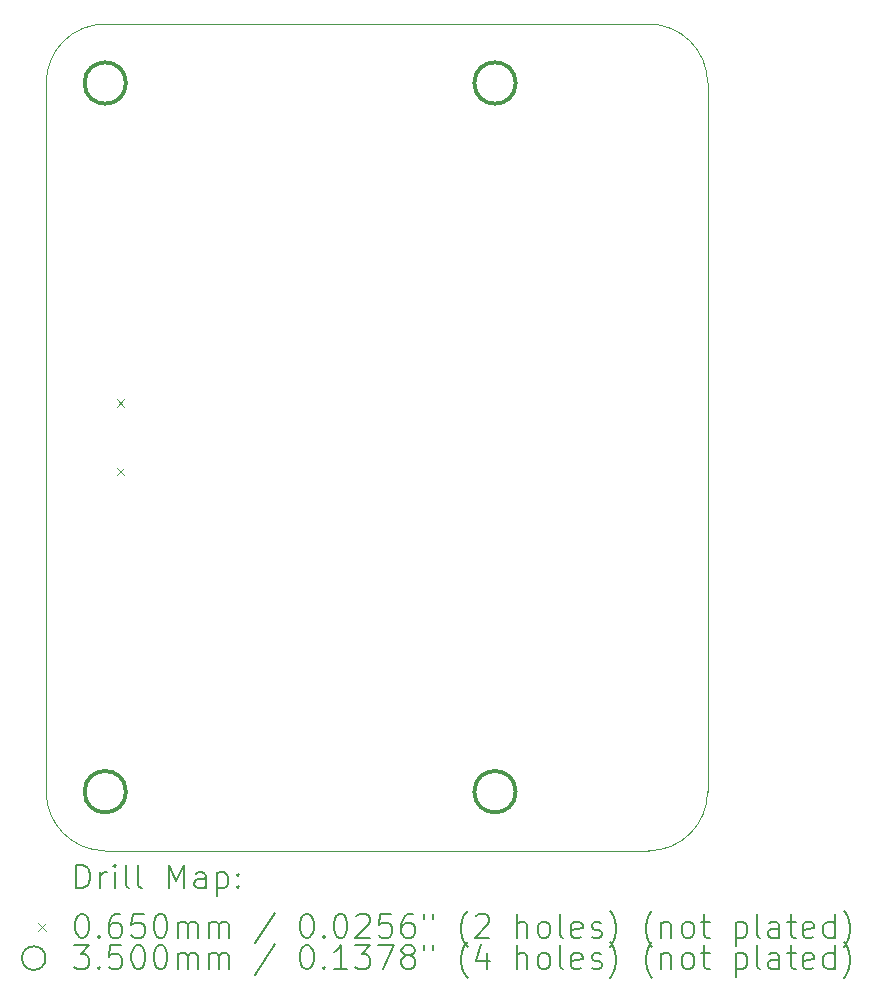
<source format=gbr>
%TF.GenerationSoftware,KiCad,Pcbnew,8.0.5*%
%TF.CreationDate,2024-10-15T19:35:21+02:00*%
%TF.ProjectId,CANbardo,43414e62-6172-4646-9f2e-6b696361645f,Rev1*%
%TF.SameCoordinates,Original*%
%TF.FileFunction,Drillmap*%
%TF.FilePolarity,Positive*%
%FSLAX45Y45*%
G04 Gerber Fmt 4.5, Leading zero omitted, Abs format (unit mm)*
G04 Created by KiCad (PCBNEW 8.0.5) date 2024-10-15 19:35:21*
%MOMM*%
%LPD*%
G01*
G04 APERTURE LIST*
%ADD10C,0.100000*%
%ADD11C,0.200000*%
%ADD12C,0.350000*%
G04 APERTURE END LIST*
D10*
X8000000Y-9500000D02*
G75*
G02*
X7500000Y-9000000I0J500000D01*
G01*
X13100000Y-9000000D02*
G75*
G02*
X12600000Y-9500000I-500000J0D01*
G01*
X13100000Y-3000000D02*
X13100000Y-9000000D01*
X12600000Y-2500000D02*
X8000000Y-2500000D01*
X7500000Y-3000000D02*
G75*
G02*
X8000000Y-2500000I500000J0D01*
G01*
X7500000Y-3000000D02*
X7500000Y-9000000D01*
X8000000Y-9500000D02*
X12600000Y-9500000D01*
X12600000Y-2500000D02*
G75*
G02*
X13100000Y-3000000I0J-500000D01*
G01*
D11*
D10*
X8095500Y-5678500D02*
X8160500Y-5743500D01*
X8160500Y-5678500D02*
X8095500Y-5743500D01*
X8095500Y-6256500D02*
X8160500Y-6321500D01*
X8160500Y-6256500D02*
X8095500Y-6321500D01*
D12*
X8175000Y-3000000D02*
G75*
G02*
X7825000Y-3000000I-175000J0D01*
G01*
X7825000Y-3000000D02*
G75*
G02*
X8175000Y-3000000I175000J0D01*
G01*
X8175000Y-9000000D02*
G75*
G02*
X7825000Y-9000000I-175000J0D01*
G01*
X7825000Y-9000000D02*
G75*
G02*
X8175000Y-9000000I175000J0D01*
G01*
X11475000Y-3000000D02*
G75*
G02*
X11125000Y-3000000I-175000J0D01*
G01*
X11125000Y-3000000D02*
G75*
G02*
X11475000Y-3000000I175000J0D01*
G01*
X11475000Y-9000000D02*
G75*
G02*
X11125000Y-9000000I-175000J0D01*
G01*
X11125000Y-9000000D02*
G75*
G02*
X11475000Y-9000000I175000J0D01*
G01*
D11*
X7755777Y-9816484D02*
X7755777Y-9616484D01*
X7755777Y-9616484D02*
X7803396Y-9616484D01*
X7803396Y-9616484D02*
X7831967Y-9626008D01*
X7831967Y-9626008D02*
X7851015Y-9645055D01*
X7851015Y-9645055D02*
X7860539Y-9664103D01*
X7860539Y-9664103D02*
X7870062Y-9702198D01*
X7870062Y-9702198D02*
X7870062Y-9730770D01*
X7870062Y-9730770D02*
X7860539Y-9768865D01*
X7860539Y-9768865D02*
X7851015Y-9787912D01*
X7851015Y-9787912D02*
X7831967Y-9806960D01*
X7831967Y-9806960D02*
X7803396Y-9816484D01*
X7803396Y-9816484D02*
X7755777Y-9816484D01*
X7955777Y-9816484D02*
X7955777Y-9683150D01*
X7955777Y-9721246D02*
X7965301Y-9702198D01*
X7965301Y-9702198D02*
X7974824Y-9692674D01*
X7974824Y-9692674D02*
X7993872Y-9683150D01*
X7993872Y-9683150D02*
X8012920Y-9683150D01*
X8079586Y-9816484D02*
X8079586Y-9683150D01*
X8079586Y-9616484D02*
X8070062Y-9626008D01*
X8070062Y-9626008D02*
X8079586Y-9635531D01*
X8079586Y-9635531D02*
X8089110Y-9626008D01*
X8089110Y-9626008D02*
X8079586Y-9616484D01*
X8079586Y-9616484D02*
X8079586Y-9635531D01*
X8203396Y-9816484D02*
X8184348Y-9806960D01*
X8184348Y-9806960D02*
X8174824Y-9787912D01*
X8174824Y-9787912D02*
X8174824Y-9616484D01*
X8308158Y-9816484D02*
X8289110Y-9806960D01*
X8289110Y-9806960D02*
X8279586Y-9787912D01*
X8279586Y-9787912D02*
X8279586Y-9616484D01*
X8536729Y-9816484D02*
X8536729Y-9616484D01*
X8536729Y-9616484D02*
X8603396Y-9759341D01*
X8603396Y-9759341D02*
X8670063Y-9616484D01*
X8670063Y-9616484D02*
X8670063Y-9816484D01*
X8851015Y-9816484D02*
X8851015Y-9711722D01*
X8851015Y-9711722D02*
X8841491Y-9692674D01*
X8841491Y-9692674D02*
X8822444Y-9683150D01*
X8822444Y-9683150D02*
X8784348Y-9683150D01*
X8784348Y-9683150D02*
X8765301Y-9692674D01*
X8851015Y-9806960D02*
X8831967Y-9816484D01*
X8831967Y-9816484D02*
X8784348Y-9816484D01*
X8784348Y-9816484D02*
X8765301Y-9806960D01*
X8765301Y-9806960D02*
X8755777Y-9787912D01*
X8755777Y-9787912D02*
X8755777Y-9768865D01*
X8755777Y-9768865D02*
X8765301Y-9749817D01*
X8765301Y-9749817D02*
X8784348Y-9740293D01*
X8784348Y-9740293D02*
X8831967Y-9740293D01*
X8831967Y-9740293D02*
X8851015Y-9730770D01*
X8946253Y-9683150D02*
X8946253Y-9883150D01*
X8946253Y-9692674D02*
X8965301Y-9683150D01*
X8965301Y-9683150D02*
X9003396Y-9683150D01*
X9003396Y-9683150D02*
X9022444Y-9692674D01*
X9022444Y-9692674D02*
X9031967Y-9702198D01*
X9031967Y-9702198D02*
X9041491Y-9721246D01*
X9041491Y-9721246D02*
X9041491Y-9778389D01*
X9041491Y-9778389D02*
X9031967Y-9797436D01*
X9031967Y-9797436D02*
X9022444Y-9806960D01*
X9022444Y-9806960D02*
X9003396Y-9816484D01*
X9003396Y-9816484D02*
X8965301Y-9816484D01*
X8965301Y-9816484D02*
X8946253Y-9806960D01*
X9127205Y-9797436D02*
X9136729Y-9806960D01*
X9136729Y-9806960D02*
X9127205Y-9816484D01*
X9127205Y-9816484D02*
X9117682Y-9806960D01*
X9117682Y-9806960D02*
X9127205Y-9797436D01*
X9127205Y-9797436D02*
X9127205Y-9816484D01*
X9127205Y-9692674D02*
X9136729Y-9702198D01*
X9136729Y-9702198D02*
X9127205Y-9711722D01*
X9127205Y-9711722D02*
X9117682Y-9702198D01*
X9117682Y-9702198D02*
X9127205Y-9692674D01*
X9127205Y-9692674D02*
X9127205Y-9711722D01*
D10*
X7430000Y-10112500D02*
X7495000Y-10177500D01*
X7495000Y-10112500D02*
X7430000Y-10177500D01*
D11*
X7793872Y-10036484D02*
X7812920Y-10036484D01*
X7812920Y-10036484D02*
X7831967Y-10046008D01*
X7831967Y-10046008D02*
X7841491Y-10055531D01*
X7841491Y-10055531D02*
X7851015Y-10074579D01*
X7851015Y-10074579D02*
X7860539Y-10112674D01*
X7860539Y-10112674D02*
X7860539Y-10160293D01*
X7860539Y-10160293D02*
X7851015Y-10198389D01*
X7851015Y-10198389D02*
X7841491Y-10217436D01*
X7841491Y-10217436D02*
X7831967Y-10226960D01*
X7831967Y-10226960D02*
X7812920Y-10236484D01*
X7812920Y-10236484D02*
X7793872Y-10236484D01*
X7793872Y-10236484D02*
X7774824Y-10226960D01*
X7774824Y-10226960D02*
X7765301Y-10217436D01*
X7765301Y-10217436D02*
X7755777Y-10198389D01*
X7755777Y-10198389D02*
X7746253Y-10160293D01*
X7746253Y-10160293D02*
X7746253Y-10112674D01*
X7746253Y-10112674D02*
X7755777Y-10074579D01*
X7755777Y-10074579D02*
X7765301Y-10055531D01*
X7765301Y-10055531D02*
X7774824Y-10046008D01*
X7774824Y-10046008D02*
X7793872Y-10036484D01*
X7946253Y-10217436D02*
X7955777Y-10226960D01*
X7955777Y-10226960D02*
X7946253Y-10236484D01*
X7946253Y-10236484D02*
X7936729Y-10226960D01*
X7936729Y-10226960D02*
X7946253Y-10217436D01*
X7946253Y-10217436D02*
X7946253Y-10236484D01*
X8127205Y-10036484D02*
X8089110Y-10036484D01*
X8089110Y-10036484D02*
X8070062Y-10046008D01*
X8070062Y-10046008D02*
X8060539Y-10055531D01*
X8060539Y-10055531D02*
X8041491Y-10084103D01*
X8041491Y-10084103D02*
X8031967Y-10122198D01*
X8031967Y-10122198D02*
X8031967Y-10198389D01*
X8031967Y-10198389D02*
X8041491Y-10217436D01*
X8041491Y-10217436D02*
X8051015Y-10226960D01*
X8051015Y-10226960D02*
X8070062Y-10236484D01*
X8070062Y-10236484D02*
X8108158Y-10236484D01*
X8108158Y-10236484D02*
X8127205Y-10226960D01*
X8127205Y-10226960D02*
X8136729Y-10217436D01*
X8136729Y-10217436D02*
X8146253Y-10198389D01*
X8146253Y-10198389D02*
X8146253Y-10150770D01*
X8146253Y-10150770D02*
X8136729Y-10131722D01*
X8136729Y-10131722D02*
X8127205Y-10122198D01*
X8127205Y-10122198D02*
X8108158Y-10112674D01*
X8108158Y-10112674D02*
X8070062Y-10112674D01*
X8070062Y-10112674D02*
X8051015Y-10122198D01*
X8051015Y-10122198D02*
X8041491Y-10131722D01*
X8041491Y-10131722D02*
X8031967Y-10150770D01*
X8327205Y-10036484D02*
X8231967Y-10036484D01*
X8231967Y-10036484D02*
X8222443Y-10131722D01*
X8222443Y-10131722D02*
X8231967Y-10122198D01*
X8231967Y-10122198D02*
X8251015Y-10112674D01*
X8251015Y-10112674D02*
X8298634Y-10112674D01*
X8298634Y-10112674D02*
X8317682Y-10122198D01*
X8317682Y-10122198D02*
X8327205Y-10131722D01*
X8327205Y-10131722D02*
X8336729Y-10150770D01*
X8336729Y-10150770D02*
X8336729Y-10198389D01*
X8336729Y-10198389D02*
X8327205Y-10217436D01*
X8327205Y-10217436D02*
X8317682Y-10226960D01*
X8317682Y-10226960D02*
X8298634Y-10236484D01*
X8298634Y-10236484D02*
X8251015Y-10236484D01*
X8251015Y-10236484D02*
X8231967Y-10226960D01*
X8231967Y-10226960D02*
X8222443Y-10217436D01*
X8460539Y-10036484D02*
X8479586Y-10036484D01*
X8479586Y-10036484D02*
X8498634Y-10046008D01*
X8498634Y-10046008D02*
X8508158Y-10055531D01*
X8508158Y-10055531D02*
X8517682Y-10074579D01*
X8517682Y-10074579D02*
X8527205Y-10112674D01*
X8527205Y-10112674D02*
X8527205Y-10160293D01*
X8527205Y-10160293D02*
X8517682Y-10198389D01*
X8517682Y-10198389D02*
X8508158Y-10217436D01*
X8508158Y-10217436D02*
X8498634Y-10226960D01*
X8498634Y-10226960D02*
X8479586Y-10236484D01*
X8479586Y-10236484D02*
X8460539Y-10236484D01*
X8460539Y-10236484D02*
X8441491Y-10226960D01*
X8441491Y-10226960D02*
X8431967Y-10217436D01*
X8431967Y-10217436D02*
X8422444Y-10198389D01*
X8422444Y-10198389D02*
X8412920Y-10160293D01*
X8412920Y-10160293D02*
X8412920Y-10112674D01*
X8412920Y-10112674D02*
X8422444Y-10074579D01*
X8422444Y-10074579D02*
X8431967Y-10055531D01*
X8431967Y-10055531D02*
X8441491Y-10046008D01*
X8441491Y-10046008D02*
X8460539Y-10036484D01*
X8612920Y-10236484D02*
X8612920Y-10103150D01*
X8612920Y-10122198D02*
X8622444Y-10112674D01*
X8622444Y-10112674D02*
X8641491Y-10103150D01*
X8641491Y-10103150D02*
X8670063Y-10103150D01*
X8670063Y-10103150D02*
X8689110Y-10112674D01*
X8689110Y-10112674D02*
X8698634Y-10131722D01*
X8698634Y-10131722D02*
X8698634Y-10236484D01*
X8698634Y-10131722D02*
X8708158Y-10112674D01*
X8708158Y-10112674D02*
X8727205Y-10103150D01*
X8727205Y-10103150D02*
X8755777Y-10103150D01*
X8755777Y-10103150D02*
X8774825Y-10112674D01*
X8774825Y-10112674D02*
X8784348Y-10131722D01*
X8784348Y-10131722D02*
X8784348Y-10236484D01*
X8879586Y-10236484D02*
X8879586Y-10103150D01*
X8879586Y-10122198D02*
X8889110Y-10112674D01*
X8889110Y-10112674D02*
X8908158Y-10103150D01*
X8908158Y-10103150D02*
X8936729Y-10103150D01*
X8936729Y-10103150D02*
X8955777Y-10112674D01*
X8955777Y-10112674D02*
X8965301Y-10131722D01*
X8965301Y-10131722D02*
X8965301Y-10236484D01*
X8965301Y-10131722D02*
X8974825Y-10112674D01*
X8974825Y-10112674D02*
X8993872Y-10103150D01*
X8993872Y-10103150D02*
X9022444Y-10103150D01*
X9022444Y-10103150D02*
X9041491Y-10112674D01*
X9041491Y-10112674D02*
X9051015Y-10131722D01*
X9051015Y-10131722D02*
X9051015Y-10236484D01*
X9441491Y-10026960D02*
X9270063Y-10284103D01*
X9698634Y-10036484D02*
X9717682Y-10036484D01*
X9717682Y-10036484D02*
X9736729Y-10046008D01*
X9736729Y-10046008D02*
X9746253Y-10055531D01*
X9746253Y-10055531D02*
X9755777Y-10074579D01*
X9755777Y-10074579D02*
X9765301Y-10112674D01*
X9765301Y-10112674D02*
X9765301Y-10160293D01*
X9765301Y-10160293D02*
X9755777Y-10198389D01*
X9755777Y-10198389D02*
X9746253Y-10217436D01*
X9746253Y-10217436D02*
X9736729Y-10226960D01*
X9736729Y-10226960D02*
X9717682Y-10236484D01*
X9717682Y-10236484D02*
X9698634Y-10236484D01*
X9698634Y-10236484D02*
X9679587Y-10226960D01*
X9679587Y-10226960D02*
X9670063Y-10217436D01*
X9670063Y-10217436D02*
X9660539Y-10198389D01*
X9660539Y-10198389D02*
X9651015Y-10160293D01*
X9651015Y-10160293D02*
X9651015Y-10112674D01*
X9651015Y-10112674D02*
X9660539Y-10074579D01*
X9660539Y-10074579D02*
X9670063Y-10055531D01*
X9670063Y-10055531D02*
X9679587Y-10046008D01*
X9679587Y-10046008D02*
X9698634Y-10036484D01*
X9851015Y-10217436D02*
X9860539Y-10226960D01*
X9860539Y-10226960D02*
X9851015Y-10236484D01*
X9851015Y-10236484D02*
X9841491Y-10226960D01*
X9841491Y-10226960D02*
X9851015Y-10217436D01*
X9851015Y-10217436D02*
X9851015Y-10236484D01*
X9984348Y-10036484D02*
X10003396Y-10036484D01*
X10003396Y-10036484D02*
X10022444Y-10046008D01*
X10022444Y-10046008D02*
X10031968Y-10055531D01*
X10031968Y-10055531D02*
X10041491Y-10074579D01*
X10041491Y-10074579D02*
X10051015Y-10112674D01*
X10051015Y-10112674D02*
X10051015Y-10160293D01*
X10051015Y-10160293D02*
X10041491Y-10198389D01*
X10041491Y-10198389D02*
X10031968Y-10217436D01*
X10031968Y-10217436D02*
X10022444Y-10226960D01*
X10022444Y-10226960D02*
X10003396Y-10236484D01*
X10003396Y-10236484D02*
X9984348Y-10236484D01*
X9984348Y-10236484D02*
X9965301Y-10226960D01*
X9965301Y-10226960D02*
X9955777Y-10217436D01*
X9955777Y-10217436D02*
X9946253Y-10198389D01*
X9946253Y-10198389D02*
X9936729Y-10160293D01*
X9936729Y-10160293D02*
X9936729Y-10112674D01*
X9936729Y-10112674D02*
X9946253Y-10074579D01*
X9946253Y-10074579D02*
X9955777Y-10055531D01*
X9955777Y-10055531D02*
X9965301Y-10046008D01*
X9965301Y-10046008D02*
X9984348Y-10036484D01*
X10127206Y-10055531D02*
X10136729Y-10046008D01*
X10136729Y-10046008D02*
X10155777Y-10036484D01*
X10155777Y-10036484D02*
X10203396Y-10036484D01*
X10203396Y-10036484D02*
X10222444Y-10046008D01*
X10222444Y-10046008D02*
X10231968Y-10055531D01*
X10231968Y-10055531D02*
X10241491Y-10074579D01*
X10241491Y-10074579D02*
X10241491Y-10093627D01*
X10241491Y-10093627D02*
X10231968Y-10122198D01*
X10231968Y-10122198D02*
X10117682Y-10236484D01*
X10117682Y-10236484D02*
X10241491Y-10236484D01*
X10422444Y-10036484D02*
X10327206Y-10036484D01*
X10327206Y-10036484D02*
X10317682Y-10131722D01*
X10317682Y-10131722D02*
X10327206Y-10122198D01*
X10327206Y-10122198D02*
X10346253Y-10112674D01*
X10346253Y-10112674D02*
X10393872Y-10112674D01*
X10393872Y-10112674D02*
X10412920Y-10122198D01*
X10412920Y-10122198D02*
X10422444Y-10131722D01*
X10422444Y-10131722D02*
X10431968Y-10150770D01*
X10431968Y-10150770D02*
X10431968Y-10198389D01*
X10431968Y-10198389D02*
X10422444Y-10217436D01*
X10422444Y-10217436D02*
X10412920Y-10226960D01*
X10412920Y-10226960D02*
X10393872Y-10236484D01*
X10393872Y-10236484D02*
X10346253Y-10236484D01*
X10346253Y-10236484D02*
X10327206Y-10226960D01*
X10327206Y-10226960D02*
X10317682Y-10217436D01*
X10603396Y-10036484D02*
X10565301Y-10036484D01*
X10565301Y-10036484D02*
X10546253Y-10046008D01*
X10546253Y-10046008D02*
X10536729Y-10055531D01*
X10536729Y-10055531D02*
X10517682Y-10084103D01*
X10517682Y-10084103D02*
X10508158Y-10122198D01*
X10508158Y-10122198D02*
X10508158Y-10198389D01*
X10508158Y-10198389D02*
X10517682Y-10217436D01*
X10517682Y-10217436D02*
X10527206Y-10226960D01*
X10527206Y-10226960D02*
X10546253Y-10236484D01*
X10546253Y-10236484D02*
X10584349Y-10236484D01*
X10584349Y-10236484D02*
X10603396Y-10226960D01*
X10603396Y-10226960D02*
X10612920Y-10217436D01*
X10612920Y-10217436D02*
X10622444Y-10198389D01*
X10622444Y-10198389D02*
X10622444Y-10150770D01*
X10622444Y-10150770D02*
X10612920Y-10131722D01*
X10612920Y-10131722D02*
X10603396Y-10122198D01*
X10603396Y-10122198D02*
X10584349Y-10112674D01*
X10584349Y-10112674D02*
X10546253Y-10112674D01*
X10546253Y-10112674D02*
X10527206Y-10122198D01*
X10527206Y-10122198D02*
X10517682Y-10131722D01*
X10517682Y-10131722D02*
X10508158Y-10150770D01*
X10698634Y-10036484D02*
X10698634Y-10074579D01*
X10774825Y-10036484D02*
X10774825Y-10074579D01*
X11070063Y-10312674D02*
X11060539Y-10303150D01*
X11060539Y-10303150D02*
X11041491Y-10274579D01*
X11041491Y-10274579D02*
X11031968Y-10255531D01*
X11031968Y-10255531D02*
X11022444Y-10226960D01*
X11022444Y-10226960D02*
X11012920Y-10179341D01*
X11012920Y-10179341D02*
X11012920Y-10141246D01*
X11012920Y-10141246D02*
X11022444Y-10093627D01*
X11022444Y-10093627D02*
X11031968Y-10065055D01*
X11031968Y-10065055D02*
X11041491Y-10046008D01*
X11041491Y-10046008D02*
X11060539Y-10017436D01*
X11060539Y-10017436D02*
X11070063Y-10007912D01*
X11136730Y-10055531D02*
X11146253Y-10046008D01*
X11146253Y-10046008D02*
X11165301Y-10036484D01*
X11165301Y-10036484D02*
X11212920Y-10036484D01*
X11212920Y-10036484D02*
X11231968Y-10046008D01*
X11231968Y-10046008D02*
X11241491Y-10055531D01*
X11241491Y-10055531D02*
X11251015Y-10074579D01*
X11251015Y-10074579D02*
X11251015Y-10093627D01*
X11251015Y-10093627D02*
X11241491Y-10122198D01*
X11241491Y-10122198D02*
X11127206Y-10236484D01*
X11127206Y-10236484D02*
X11251015Y-10236484D01*
X11489110Y-10236484D02*
X11489110Y-10036484D01*
X11574825Y-10236484D02*
X11574825Y-10131722D01*
X11574825Y-10131722D02*
X11565301Y-10112674D01*
X11565301Y-10112674D02*
X11546253Y-10103150D01*
X11546253Y-10103150D02*
X11517682Y-10103150D01*
X11517682Y-10103150D02*
X11498634Y-10112674D01*
X11498634Y-10112674D02*
X11489110Y-10122198D01*
X11698634Y-10236484D02*
X11679587Y-10226960D01*
X11679587Y-10226960D02*
X11670063Y-10217436D01*
X11670063Y-10217436D02*
X11660539Y-10198389D01*
X11660539Y-10198389D02*
X11660539Y-10141246D01*
X11660539Y-10141246D02*
X11670063Y-10122198D01*
X11670063Y-10122198D02*
X11679587Y-10112674D01*
X11679587Y-10112674D02*
X11698634Y-10103150D01*
X11698634Y-10103150D02*
X11727206Y-10103150D01*
X11727206Y-10103150D02*
X11746253Y-10112674D01*
X11746253Y-10112674D02*
X11755777Y-10122198D01*
X11755777Y-10122198D02*
X11765301Y-10141246D01*
X11765301Y-10141246D02*
X11765301Y-10198389D01*
X11765301Y-10198389D02*
X11755777Y-10217436D01*
X11755777Y-10217436D02*
X11746253Y-10226960D01*
X11746253Y-10226960D02*
X11727206Y-10236484D01*
X11727206Y-10236484D02*
X11698634Y-10236484D01*
X11879587Y-10236484D02*
X11860539Y-10226960D01*
X11860539Y-10226960D02*
X11851015Y-10207912D01*
X11851015Y-10207912D02*
X11851015Y-10036484D01*
X12031968Y-10226960D02*
X12012920Y-10236484D01*
X12012920Y-10236484D02*
X11974825Y-10236484D01*
X11974825Y-10236484D02*
X11955777Y-10226960D01*
X11955777Y-10226960D02*
X11946253Y-10207912D01*
X11946253Y-10207912D02*
X11946253Y-10131722D01*
X11946253Y-10131722D02*
X11955777Y-10112674D01*
X11955777Y-10112674D02*
X11974825Y-10103150D01*
X11974825Y-10103150D02*
X12012920Y-10103150D01*
X12012920Y-10103150D02*
X12031968Y-10112674D01*
X12031968Y-10112674D02*
X12041491Y-10131722D01*
X12041491Y-10131722D02*
X12041491Y-10150770D01*
X12041491Y-10150770D02*
X11946253Y-10169817D01*
X12117682Y-10226960D02*
X12136730Y-10236484D01*
X12136730Y-10236484D02*
X12174825Y-10236484D01*
X12174825Y-10236484D02*
X12193872Y-10226960D01*
X12193872Y-10226960D02*
X12203396Y-10207912D01*
X12203396Y-10207912D02*
X12203396Y-10198389D01*
X12203396Y-10198389D02*
X12193872Y-10179341D01*
X12193872Y-10179341D02*
X12174825Y-10169817D01*
X12174825Y-10169817D02*
X12146253Y-10169817D01*
X12146253Y-10169817D02*
X12127206Y-10160293D01*
X12127206Y-10160293D02*
X12117682Y-10141246D01*
X12117682Y-10141246D02*
X12117682Y-10131722D01*
X12117682Y-10131722D02*
X12127206Y-10112674D01*
X12127206Y-10112674D02*
X12146253Y-10103150D01*
X12146253Y-10103150D02*
X12174825Y-10103150D01*
X12174825Y-10103150D02*
X12193872Y-10112674D01*
X12270063Y-10312674D02*
X12279587Y-10303150D01*
X12279587Y-10303150D02*
X12298634Y-10274579D01*
X12298634Y-10274579D02*
X12308158Y-10255531D01*
X12308158Y-10255531D02*
X12317682Y-10226960D01*
X12317682Y-10226960D02*
X12327206Y-10179341D01*
X12327206Y-10179341D02*
X12327206Y-10141246D01*
X12327206Y-10141246D02*
X12317682Y-10093627D01*
X12317682Y-10093627D02*
X12308158Y-10065055D01*
X12308158Y-10065055D02*
X12298634Y-10046008D01*
X12298634Y-10046008D02*
X12279587Y-10017436D01*
X12279587Y-10017436D02*
X12270063Y-10007912D01*
X12631968Y-10312674D02*
X12622444Y-10303150D01*
X12622444Y-10303150D02*
X12603396Y-10274579D01*
X12603396Y-10274579D02*
X12593872Y-10255531D01*
X12593872Y-10255531D02*
X12584349Y-10226960D01*
X12584349Y-10226960D02*
X12574825Y-10179341D01*
X12574825Y-10179341D02*
X12574825Y-10141246D01*
X12574825Y-10141246D02*
X12584349Y-10093627D01*
X12584349Y-10093627D02*
X12593872Y-10065055D01*
X12593872Y-10065055D02*
X12603396Y-10046008D01*
X12603396Y-10046008D02*
X12622444Y-10017436D01*
X12622444Y-10017436D02*
X12631968Y-10007912D01*
X12708158Y-10103150D02*
X12708158Y-10236484D01*
X12708158Y-10122198D02*
X12717682Y-10112674D01*
X12717682Y-10112674D02*
X12736730Y-10103150D01*
X12736730Y-10103150D02*
X12765301Y-10103150D01*
X12765301Y-10103150D02*
X12784349Y-10112674D01*
X12784349Y-10112674D02*
X12793872Y-10131722D01*
X12793872Y-10131722D02*
X12793872Y-10236484D01*
X12917682Y-10236484D02*
X12898634Y-10226960D01*
X12898634Y-10226960D02*
X12889111Y-10217436D01*
X12889111Y-10217436D02*
X12879587Y-10198389D01*
X12879587Y-10198389D02*
X12879587Y-10141246D01*
X12879587Y-10141246D02*
X12889111Y-10122198D01*
X12889111Y-10122198D02*
X12898634Y-10112674D01*
X12898634Y-10112674D02*
X12917682Y-10103150D01*
X12917682Y-10103150D02*
X12946253Y-10103150D01*
X12946253Y-10103150D02*
X12965301Y-10112674D01*
X12965301Y-10112674D02*
X12974825Y-10122198D01*
X12974825Y-10122198D02*
X12984349Y-10141246D01*
X12984349Y-10141246D02*
X12984349Y-10198389D01*
X12984349Y-10198389D02*
X12974825Y-10217436D01*
X12974825Y-10217436D02*
X12965301Y-10226960D01*
X12965301Y-10226960D02*
X12946253Y-10236484D01*
X12946253Y-10236484D02*
X12917682Y-10236484D01*
X13041492Y-10103150D02*
X13117682Y-10103150D01*
X13070063Y-10036484D02*
X13070063Y-10207912D01*
X13070063Y-10207912D02*
X13079587Y-10226960D01*
X13079587Y-10226960D02*
X13098634Y-10236484D01*
X13098634Y-10236484D02*
X13117682Y-10236484D01*
X13336730Y-10103150D02*
X13336730Y-10303150D01*
X13336730Y-10112674D02*
X13355777Y-10103150D01*
X13355777Y-10103150D02*
X13393873Y-10103150D01*
X13393873Y-10103150D02*
X13412920Y-10112674D01*
X13412920Y-10112674D02*
X13422444Y-10122198D01*
X13422444Y-10122198D02*
X13431968Y-10141246D01*
X13431968Y-10141246D02*
X13431968Y-10198389D01*
X13431968Y-10198389D02*
X13422444Y-10217436D01*
X13422444Y-10217436D02*
X13412920Y-10226960D01*
X13412920Y-10226960D02*
X13393873Y-10236484D01*
X13393873Y-10236484D02*
X13355777Y-10236484D01*
X13355777Y-10236484D02*
X13336730Y-10226960D01*
X13546253Y-10236484D02*
X13527206Y-10226960D01*
X13527206Y-10226960D02*
X13517682Y-10207912D01*
X13517682Y-10207912D02*
X13517682Y-10036484D01*
X13708158Y-10236484D02*
X13708158Y-10131722D01*
X13708158Y-10131722D02*
X13698634Y-10112674D01*
X13698634Y-10112674D02*
X13679587Y-10103150D01*
X13679587Y-10103150D02*
X13641492Y-10103150D01*
X13641492Y-10103150D02*
X13622444Y-10112674D01*
X13708158Y-10226960D02*
X13689111Y-10236484D01*
X13689111Y-10236484D02*
X13641492Y-10236484D01*
X13641492Y-10236484D02*
X13622444Y-10226960D01*
X13622444Y-10226960D02*
X13612920Y-10207912D01*
X13612920Y-10207912D02*
X13612920Y-10188865D01*
X13612920Y-10188865D02*
X13622444Y-10169817D01*
X13622444Y-10169817D02*
X13641492Y-10160293D01*
X13641492Y-10160293D02*
X13689111Y-10160293D01*
X13689111Y-10160293D02*
X13708158Y-10150770D01*
X13774825Y-10103150D02*
X13851015Y-10103150D01*
X13803396Y-10036484D02*
X13803396Y-10207912D01*
X13803396Y-10207912D02*
X13812920Y-10226960D01*
X13812920Y-10226960D02*
X13831968Y-10236484D01*
X13831968Y-10236484D02*
X13851015Y-10236484D01*
X13993873Y-10226960D02*
X13974825Y-10236484D01*
X13974825Y-10236484D02*
X13936730Y-10236484D01*
X13936730Y-10236484D02*
X13917682Y-10226960D01*
X13917682Y-10226960D02*
X13908158Y-10207912D01*
X13908158Y-10207912D02*
X13908158Y-10131722D01*
X13908158Y-10131722D02*
X13917682Y-10112674D01*
X13917682Y-10112674D02*
X13936730Y-10103150D01*
X13936730Y-10103150D02*
X13974825Y-10103150D01*
X13974825Y-10103150D02*
X13993873Y-10112674D01*
X13993873Y-10112674D02*
X14003396Y-10131722D01*
X14003396Y-10131722D02*
X14003396Y-10150770D01*
X14003396Y-10150770D02*
X13908158Y-10169817D01*
X14174825Y-10236484D02*
X14174825Y-10036484D01*
X14174825Y-10226960D02*
X14155777Y-10236484D01*
X14155777Y-10236484D02*
X14117682Y-10236484D01*
X14117682Y-10236484D02*
X14098634Y-10226960D01*
X14098634Y-10226960D02*
X14089111Y-10217436D01*
X14089111Y-10217436D02*
X14079587Y-10198389D01*
X14079587Y-10198389D02*
X14079587Y-10141246D01*
X14079587Y-10141246D02*
X14089111Y-10122198D01*
X14089111Y-10122198D02*
X14098634Y-10112674D01*
X14098634Y-10112674D02*
X14117682Y-10103150D01*
X14117682Y-10103150D02*
X14155777Y-10103150D01*
X14155777Y-10103150D02*
X14174825Y-10112674D01*
X14251015Y-10312674D02*
X14260539Y-10303150D01*
X14260539Y-10303150D02*
X14279587Y-10274579D01*
X14279587Y-10274579D02*
X14289111Y-10255531D01*
X14289111Y-10255531D02*
X14298634Y-10226960D01*
X14298634Y-10226960D02*
X14308158Y-10179341D01*
X14308158Y-10179341D02*
X14308158Y-10141246D01*
X14308158Y-10141246D02*
X14298634Y-10093627D01*
X14298634Y-10093627D02*
X14289111Y-10065055D01*
X14289111Y-10065055D02*
X14279587Y-10046008D01*
X14279587Y-10046008D02*
X14260539Y-10017436D01*
X14260539Y-10017436D02*
X14251015Y-10007912D01*
X7495000Y-10409000D02*
G75*
G02*
X7295000Y-10409000I-100000J0D01*
G01*
X7295000Y-10409000D02*
G75*
G02*
X7495000Y-10409000I100000J0D01*
G01*
X7736729Y-10300484D02*
X7860539Y-10300484D01*
X7860539Y-10300484D02*
X7793872Y-10376674D01*
X7793872Y-10376674D02*
X7822443Y-10376674D01*
X7822443Y-10376674D02*
X7841491Y-10386198D01*
X7841491Y-10386198D02*
X7851015Y-10395722D01*
X7851015Y-10395722D02*
X7860539Y-10414770D01*
X7860539Y-10414770D02*
X7860539Y-10462389D01*
X7860539Y-10462389D02*
X7851015Y-10481436D01*
X7851015Y-10481436D02*
X7841491Y-10490960D01*
X7841491Y-10490960D02*
X7822443Y-10500484D01*
X7822443Y-10500484D02*
X7765301Y-10500484D01*
X7765301Y-10500484D02*
X7746253Y-10490960D01*
X7746253Y-10490960D02*
X7736729Y-10481436D01*
X7946253Y-10481436D02*
X7955777Y-10490960D01*
X7955777Y-10490960D02*
X7946253Y-10500484D01*
X7946253Y-10500484D02*
X7936729Y-10490960D01*
X7936729Y-10490960D02*
X7946253Y-10481436D01*
X7946253Y-10481436D02*
X7946253Y-10500484D01*
X8136729Y-10300484D02*
X8041491Y-10300484D01*
X8041491Y-10300484D02*
X8031967Y-10395722D01*
X8031967Y-10395722D02*
X8041491Y-10386198D01*
X8041491Y-10386198D02*
X8060539Y-10376674D01*
X8060539Y-10376674D02*
X8108158Y-10376674D01*
X8108158Y-10376674D02*
X8127205Y-10386198D01*
X8127205Y-10386198D02*
X8136729Y-10395722D01*
X8136729Y-10395722D02*
X8146253Y-10414770D01*
X8146253Y-10414770D02*
X8146253Y-10462389D01*
X8146253Y-10462389D02*
X8136729Y-10481436D01*
X8136729Y-10481436D02*
X8127205Y-10490960D01*
X8127205Y-10490960D02*
X8108158Y-10500484D01*
X8108158Y-10500484D02*
X8060539Y-10500484D01*
X8060539Y-10500484D02*
X8041491Y-10490960D01*
X8041491Y-10490960D02*
X8031967Y-10481436D01*
X8270062Y-10300484D02*
X8289110Y-10300484D01*
X8289110Y-10300484D02*
X8308158Y-10310008D01*
X8308158Y-10310008D02*
X8317682Y-10319531D01*
X8317682Y-10319531D02*
X8327205Y-10338579D01*
X8327205Y-10338579D02*
X8336729Y-10376674D01*
X8336729Y-10376674D02*
X8336729Y-10424293D01*
X8336729Y-10424293D02*
X8327205Y-10462389D01*
X8327205Y-10462389D02*
X8317682Y-10481436D01*
X8317682Y-10481436D02*
X8308158Y-10490960D01*
X8308158Y-10490960D02*
X8289110Y-10500484D01*
X8289110Y-10500484D02*
X8270062Y-10500484D01*
X8270062Y-10500484D02*
X8251015Y-10490960D01*
X8251015Y-10490960D02*
X8241491Y-10481436D01*
X8241491Y-10481436D02*
X8231967Y-10462389D01*
X8231967Y-10462389D02*
X8222443Y-10424293D01*
X8222443Y-10424293D02*
X8222443Y-10376674D01*
X8222443Y-10376674D02*
X8231967Y-10338579D01*
X8231967Y-10338579D02*
X8241491Y-10319531D01*
X8241491Y-10319531D02*
X8251015Y-10310008D01*
X8251015Y-10310008D02*
X8270062Y-10300484D01*
X8460539Y-10300484D02*
X8479586Y-10300484D01*
X8479586Y-10300484D02*
X8498634Y-10310008D01*
X8498634Y-10310008D02*
X8508158Y-10319531D01*
X8508158Y-10319531D02*
X8517682Y-10338579D01*
X8517682Y-10338579D02*
X8527205Y-10376674D01*
X8527205Y-10376674D02*
X8527205Y-10424293D01*
X8527205Y-10424293D02*
X8517682Y-10462389D01*
X8517682Y-10462389D02*
X8508158Y-10481436D01*
X8508158Y-10481436D02*
X8498634Y-10490960D01*
X8498634Y-10490960D02*
X8479586Y-10500484D01*
X8479586Y-10500484D02*
X8460539Y-10500484D01*
X8460539Y-10500484D02*
X8441491Y-10490960D01*
X8441491Y-10490960D02*
X8431967Y-10481436D01*
X8431967Y-10481436D02*
X8422444Y-10462389D01*
X8422444Y-10462389D02*
X8412920Y-10424293D01*
X8412920Y-10424293D02*
X8412920Y-10376674D01*
X8412920Y-10376674D02*
X8422444Y-10338579D01*
X8422444Y-10338579D02*
X8431967Y-10319531D01*
X8431967Y-10319531D02*
X8441491Y-10310008D01*
X8441491Y-10310008D02*
X8460539Y-10300484D01*
X8612920Y-10500484D02*
X8612920Y-10367150D01*
X8612920Y-10386198D02*
X8622444Y-10376674D01*
X8622444Y-10376674D02*
X8641491Y-10367150D01*
X8641491Y-10367150D02*
X8670063Y-10367150D01*
X8670063Y-10367150D02*
X8689110Y-10376674D01*
X8689110Y-10376674D02*
X8698634Y-10395722D01*
X8698634Y-10395722D02*
X8698634Y-10500484D01*
X8698634Y-10395722D02*
X8708158Y-10376674D01*
X8708158Y-10376674D02*
X8727205Y-10367150D01*
X8727205Y-10367150D02*
X8755777Y-10367150D01*
X8755777Y-10367150D02*
X8774825Y-10376674D01*
X8774825Y-10376674D02*
X8784348Y-10395722D01*
X8784348Y-10395722D02*
X8784348Y-10500484D01*
X8879586Y-10500484D02*
X8879586Y-10367150D01*
X8879586Y-10386198D02*
X8889110Y-10376674D01*
X8889110Y-10376674D02*
X8908158Y-10367150D01*
X8908158Y-10367150D02*
X8936729Y-10367150D01*
X8936729Y-10367150D02*
X8955777Y-10376674D01*
X8955777Y-10376674D02*
X8965301Y-10395722D01*
X8965301Y-10395722D02*
X8965301Y-10500484D01*
X8965301Y-10395722D02*
X8974825Y-10376674D01*
X8974825Y-10376674D02*
X8993872Y-10367150D01*
X8993872Y-10367150D02*
X9022444Y-10367150D01*
X9022444Y-10367150D02*
X9041491Y-10376674D01*
X9041491Y-10376674D02*
X9051015Y-10395722D01*
X9051015Y-10395722D02*
X9051015Y-10500484D01*
X9441491Y-10290960D02*
X9270063Y-10548103D01*
X9698634Y-10300484D02*
X9717682Y-10300484D01*
X9717682Y-10300484D02*
X9736729Y-10310008D01*
X9736729Y-10310008D02*
X9746253Y-10319531D01*
X9746253Y-10319531D02*
X9755777Y-10338579D01*
X9755777Y-10338579D02*
X9765301Y-10376674D01*
X9765301Y-10376674D02*
X9765301Y-10424293D01*
X9765301Y-10424293D02*
X9755777Y-10462389D01*
X9755777Y-10462389D02*
X9746253Y-10481436D01*
X9746253Y-10481436D02*
X9736729Y-10490960D01*
X9736729Y-10490960D02*
X9717682Y-10500484D01*
X9717682Y-10500484D02*
X9698634Y-10500484D01*
X9698634Y-10500484D02*
X9679587Y-10490960D01*
X9679587Y-10490960D02*
X9670063Y-10481436D01*
X9670063Y-10481436D02*
X9660539Y-10462389D01*
X9660539Y-10462389D02*
X9651015Y-10424293D01*
X9651015Y-10424293D02*
X9651015Y-10376674D01*
X9651015Y-10376674D02*
X9660539Y-10338579D01*
X9660539Y-10338579D02*
X9670063Y-10319531D01*
X9670063Y-10319531D02*
X9679587Y-10310008D01*
X9679587Y-10310008D02*
X9698634Y-10300484D01*
X9851015Y-10481436D02*
X9860539Y-10490960D01*
X9860539Y-10490960D02*
X9851015Y-10500484D01*
X9851015Y-10500484D02*
X9841491Y-10490960D01*
X9841491Y-10490960D02*
X9851015Y-10481436D01*
X9851015Y-10481436D02*
X9851015Y-10500484D01*
X10051015Y-10500484D02*
X9936729Y-10500484D01*
X9993872Y-10500484D02*
X9993872Y-10300484D01*
X9993872Y-10300484D02*
X9974825Y-10329055D01*
X9974825Y-10329055D02*
X9955777Y-10348103D01*
X9955777Y-10348103D02*
X9936729Y-10357627D01*
X10117682Y-10300484D02*
X10241491Y-10300484D01*
X10241491Y-10300484D02*
X10174825Y-10376674D01*
X10174825Y-10376674D02*
X10203396Y-10376674D01*
X10203396Y-10376674D02*
X10222444Y-10386198D01*
X10222444Y-10386198D02*
X10231968Y-10395722D01*
X10231968Y-10395722D02*
X10241491Y-10414770D01*
X10241491Y-10414770D02*
X10241491Y-10462389D01*
X10241491Y-10462389D02*
X10231968Y-10481436D01*
X10231968Y-10481436D02*
X10222444Y-10490960D01*
X10222444Y-10490960D02*
X10203396Y-10500484D01*
X10203396Y-10500484D02*
X10146253Y-10500484D01*
X10146253Y-10500484D02*
X10127206Y-10490960D01*
X10127206Y-10490960D02*
X10117682Y-10481436D01*
X10308158Y-10300484D02*
X10441491Y-10300484D01*
X10441491Y-10300484D02*
X10355777Y-10500484D01*
X10546253Y-10386198D02*
X10527206Y-10376674D01*
X10527206Y-10376674D02*
X10517682Y-10367150D01*
X10517682Y-10367150D02*
X10508158Y-10348103D01*
X10508158Y-10348103D02*
X10508158Y-10338579D01*
X10508158Y-10338579D02*
X10517682Y-10319531D01*
X10517682Y-10319531D02*
X10527206Y-10310008D01*
X10527206Y-10310008D02*
X10546253Y-10300484D01*
X10546253Y-10300484D02*
X10584349Y-10300484D01*
X10584349Y-10300484D02*
X10603396Y-10310008D01*
X10603396Y-10310008D02*
X10612920Y-10319531D01*
X10612920Y-10319531D02*
X10622444Y-10338579D01*
X10622444Y-10338579D02*
X10622444Y-10348103D01*
X10622444Y-10348103D02*
X10612920Y-10367150D01*
X10612920Y-10367150D02*
X10603396Y-10376674D01*
X10603396Y-10376674D02*
X10584349Y-10386198D01*
X10584349Y-10386198D02*
X10546253Y-10386198D01*
X10546253Y-10386198D02*
X10527206Y-10395722D01*
X10527206Y-10395722D02*
X10517682Y-10405246D01*
X10517682Y-10405246D02*
X10508158Y-10424293D01*
X10508158Y-10424293D02*
X10508158Y-10462389D01*
X10508158Y-10462389D02*
X10517682Y-10481436D01*
X10517682Y-10481436D02*
X10527206Y-10490960D01*
X10527206Y-10490960D02*
X10546253Y-10500484D01*
X10546253Y-10500484D02*
X10584349Y-10500484D01*
X10584349Y-10500484D02*
X10603396Y-10490960D01*
X10603396Y-10490960D02*
X10612920Y-10481436D01*
X10612920Y-10481436D02*
X10622444Y-10462389D01*
X10622444Y-10462389D02*
X10622444Y-10424293D01*
X10622444Y-10424293D02*
X10612920Y-10405246D01*
X10612920Y-10405246D02*
X10603396Y-10395722D01*
X10603396Y-10395722D02*
X10584349Y-10386198D01*
X10698634Y-10300484D02*
X10698634Y-10338579D01*
X10774825Y-10300484D02*
X10774825Y-10338579D01*
X11070063Y-10576674D02*
X11060539Y-10567150D01*
X11060539Y-10567150D02*
X11041491Y-10538579D01*
X11041491Y-10538579D02*
X11031968Y-10519531D01*
X11031968Y-10519531D02*
X11022444Y-10490960D01*
X11022444Y-10490960D02*
X11012920Y-10443341D01*
X11012920Y-10443341D02*
X11012920Y-10405246D01*
X11012920Y-10405246D02*
X11022444Y-10357627D01*
X11022444Y-10357627D02*
X11031968Y-10329055D01*
X11031968Y-10329055D02*
X11041491Y-10310008D01*
X11041491Y-10310008D02*
X11060539Y-10281436D01*
X11060539Y-10281436D02*
X11070063Y-10271912D01*
X11231968Y-10367150D02*
X11231968Y-10500484D01*
X11184349Y-10290960D02*
X11136730Y-10433817D01*
X11136730Y-10433817D02*
X11260539Y-10433817D01*
X11489110Y-10500484D02*
X11489110Y-10300484D01*
X11574825Y-10500484D02*
X11574825Y-10395722D01*
X11574825Y-10395722D02*
X11565301Y-10376674D01*
X11565301Y-10376674D02*
X11546253Y-10367150D01*
X11546253Y-10367150D02*
X11517682Y-10367150D01*
X11517682Y-10367150D02*
X11498634Y-10376674D01*
X11498634Y-10376674D02*
X11489110Y-10386198D01*
X11698634Y-10500484D02*
X11679587Y-10490960D01*
X11679587Y-10490960D02*
X11670063Y-10481436D01*
X11670063Y-10481436D02*
X11660539Y-10462389D01*
X11660539Y-10462389D02*
X11660539Y-10405246D01*
X11660539Y-10405246D02*
X11670063Y-10386198D01*
X11670063Y-10386198D02*
X11679587Y-10376674D01*
X11679587Y-10376674D02*
X11698634Y-10367150D01*
X11698634Y-10367150D02*
X11727206Y-10367150D01*
X11727206Y-10367150D02*
X11746253Y-10376674D01*
X11746253Y-10376674D02*
X11755777Y-10386198D01*
X11755777Y-10386198D02*
X11765301Y-10405246D01*
X11765301Y-10405246D02*
X11765301Y-10462389D01*
X11765301Y-10462389D02*
X11755777Y-10481436D01*
X11755777Y-10481436D02*
X11746253Y-10490960D01*
X11746253Y-10490960D02*
X11727206Y-10500484D01*
X11727206Y-10500484D02*
X11698634Y-10500484D01*
X11879587Y-10500484D02*
X11860539Y-10490960D01*
X11860539Y-10490960D02*
X11851015Y-10471912D01*
X11851015Y-10471912D02*
X11851015Y-10300484D01*
X12031968Y-10490960D02*
X12012920Y-10500484D01*
X12012920Y-10500484D02*
X11974825Y-10500484D01*
X11974825Y-10500484D02*
X11955777Y-10490960D01*
X11955777Y-10490960D02*
X11946253Y-10471912D01*
X11946253Y-10471912D02*
X11946253Y-10395722D01*
X11946253Y-10395722D02*
X11955777Y-10376674D01*
X11955777Y-10376674D02*
X11974825Y-10367150D01*
X11974825Y-10367150D02*
X12012920Y-10367150D01*
X12012920Y-10367150D02*
X12031968Y-10376674D01*
X12031968Y-10376674D02*
X12041491Y-10395722D01*
X12041491Y-10395722D02*
X12041491Y-10414770D01*
X12041491Y-10414770D02*
X11946253Y-10433817D01*
X12117682Y-10490960D02*
X12136730Y-10500484D01*
X12136730Y-10500484D02*
X12174825Y-10500484D01*
X12174825Y-10500484D02*
X12193872Y-10490960D01*
X12193872Y-10490960D02*
X12203396Y-10471912D01*
X12203396Y-10471912D02*
X12203396Y-10462389D01*
X12203396Y-10462389D02*
X12193872Y-10443341D01*
X12193872Y-10443341D02*
X12174825Y-10433817D01*
X12174825Y-10433817D02*
X12146253Y-10433817D01*
X12146253Y-10433817D02*
X12127206Y-10424293D01*
X12127206Y-10424293D02*
X12117682Y-10405246D01*
X12117682Y-10405246D02*
X12117682Y-10395722D01*
X12117682Y-10395722D02*
X12127206Y-10376674D01*
X12127206Y-10376674D02*
X12146253Y-10367150D01*
X12146253Y-10367150D02*
X12174825Y-10367150D01*
X12174825Y-10367150D02*
X12193872Y-10376674D01*
X12270063Y-10576674D02*
X12279587Y-10567150D01*
X12279587Y-10567150D02*
X12298634Y-10538579D01*
X12298634Y-10538579D02*
X12308158Y-10519531D01*
X12308158Y-10519531D02*
X12317682Y-10490960D01*
X12317682Y-10490960D02*
X12327206Y-10443341D01*
X12327206Y-10443341D02*
X12327206Y-10405246D01*
X12327206Y-10405246D02*
X12317682Y-10357627D01*
X12317682Y-10357627D02*
X12308158Y-10329055D01*
X12308158Y-10329055D02*
X12298634Y-10310008D01*
X12298634Y-10310008D02*
X12279587Y-10281436D01*
X12279587Y-10281436D02*
X12270063Y-10271912D01*
X12631968Y-10576674D02*
X12622444Y-10567150D01*
X12622444Y-10567150D02*
X12603396Y-10538579D01*
X12603396Y-10538579D02*
X12593872Y-10519531D01*
X12593872Y-10519531D02*
X12584349Y-10490960D01*
X12584349Y-10490960D02*
X12574825Y-10443341D01*
X12574825Y-10443341D02*
X12574825Y-10405246D01*
X12574825Y-10405246D02*
X12584349Y-10357627D01*
X12584349Y-10357627D02*
X12593872Y-10329055D01*
X12593872Y-10329055D02*
X12603396Y-10310008D01*
X12603396Y-10310008D02*
X12622444Y-10281436D01*
X12622444Y-10281436D02*
X12631968Y-10271912D01*
X12708158Y-10367150D02*
X12708158Y-10500484D01*
X12708158Y-10386198D02*
X12717682Y-10376674D01*
X12717682Y-10376674D02*
X12736730Y-10367150D01*
X12736730Y-10367150D02*
X12765301Y-10367150D01*
X12765301Y-10367150D02*
X12784349Y-10376674D01*
X12784349Y-10376674D02*
X12793872Y-10395722D01*
X12793872Y-10395722D02*
X12793872Y-10500484D01*
X12917682Y-10500484D02*
X12898634Y-10490960D01*
X12898634Y-10490960D02*
X12889111Y-10481436D01*
X12889111Y-10481436D02*
X12879587Y-10462389D01*
X12879587Y-10462389D02*
X12879587Y-10405246D01*
X12879587Y-10405246D02*
X12889111Y-10386198D01*
X12889111Y-10386198D02*
X12898634Y-10376674D01*
X12898634Y-10376674D02*
X12917682Y-10367150D01*
X12917682Y-10367150D02*
X12946253Y-10367150D01*
X12946253Y-10367150D02*
X12965301Y-10376674D01*
X12965301Y-10376674D02*
X12974825Y-10386198D01*
X12974825Y-10386198D02*
X12984349Y-10405246D01*
X12984349Y-10405246D02*
X12984349Y-10462389D01*
X12984349Y-10462389D02*
X12974825Y-10481436D01*
X12974825Y-10481436D02*
X12965301Y-10490960D01*
X12965301Y-10490960D02*
X12946253Y-10500484D01*
X12946253Y-10500484D02*
X12917682Y-10500484D01*
X13041492Y-10367150D02*
X13117682Y-10367150D01*
X13070063Y-10300484D02*
X13070063Y-10471912D01*
X13070063Y-10471912D02*
X13079587Y-10490960D01*
X13079587Y-10490960D02*
X13098634Y-10500484D01*
X13098634Y-10500484D02*
X13117682Y-10500484D01*
X13336730Y-10367150D02*
X13336730Y-10567150D01*
X13336730Y-10376674D02*
X13355777Y-10367150D01*
X13355777Y-10367150D02*
X13393873Y-10367150D01*
X13393873Y-10367150D02*
X13412920Y-10376674D01*
X13412920Y-10376674D02*
X13422444Y-10386198D01*
X13422444Y-10386198D02*
X13431968Y-10405246D01*
X13431968Y-10405246D02*
X13431968Y-10462389D01*
X13431968Y-10462389D02*
X13422444Y-10481436D01*
X13422444Y-10481436D02*
X13412920Y-10490960D01*
X13412920Y-10490960D02*
X13393873Y-10500484D01*
X13393873Y-10500484D02*
X13355777Y-10500484D01*
X13355777Y-10500484D02*
X13336730Y-10490960D01*
X13546253Y-10500484D02*
X13527206Y-10490960D01*
X13527206Y-10490960D02*
X13517682Y-10471912D01*
X13517682Y-10471912D02*
X13517682Y-10300484D01*
X13708158Y-10500484D02*
X13708158Y-10395722D01*
X13708158Y-10395722D02*
X13698634Y-10376674D01*
X13698634Y-10376674D02*
X13679587Y-10367150D01*
X13679587Y-10367150D02*
X13641492Y-10367150D01*
X13641492Y-10367150D02*
X13622444Y-10376674D01*
X13708158Y-10490960D02*
X13689111Y-10500484D01*
X13689111Y-10500484D02*
X13641492Y-10500484D01*
X13641492Y-10500484D02*
X13622444Y-10490960D01*
X13622444Y-10490960D02*
X13612920Y-10471912D01*
X13612920Y-10471912D02*
X13612920Y-10452865D01*
X13612920Y-10452865D02*
X13622444Y-10433817D01*
X13622444Y-10433817D02*
X13641492Y-10424293D01*
X13641492Y-10424293D02*
X13689111Y-10424293D01*
X13689111Y-10424293D02*
X13708158Y-10414770D01*
X13774825Y-10367150D02*
X13851015Y-10367150D01*
X13803396Y-10300484D02*
X13803396Y-10471912D01*
X13803396Y-10471912D02*
X13812920Y-10490960D01*
X13812920Y-10490960D02*
X13831968Y-10500484D01*
X13831968Y-10500484D02*
X13851015Y-10500484D01*
X13993873Y-10490960D02*
X13974825Y-10500484D01*
X13974825Y-10500484D02*
X13936730Y-10500484D01*
X13936730Y-10500484D02*
X13917682Y-10490960D01*
X13917682Y-10490960D02*
X13908158Y-10471912D01*
X13908158Y-10471912D02*
X13908158Y-10395722D01*
X13908158Y-10395722D02*
X13917682Y-10376674D01*
X13917682Y-10376674D02*
X13936730Y-10367150D01*
X13936730Y-10367150D02*
X13974825Y-10367150D01*
X13974825Y-10367150D02*
X13993873Y-10376674D01*
X13993873Y-10376674D02*
X14003396Y-10395722D01*
X14003396Y-10395722D02*
X14003396Y-10414770D01*
X14003396Y-10414770D02*
X13908158Y-10433817D01*
X14174825Y-10500484D02*
X14174825Y-10300484D01*
X14174825Y-10490960D02*
X14155777Y-10500484D01*
X14155777Y-10500484D02*
X14117682Y-10500484D01*
X14117682Y-10500484D02*
X14098634Y-10490960D01*
X14098634Y-10490960D02*
X14089111Y-10481436D01*
X14089111Y-10481436D02*
X14079587Y-10462389D01*
X14079587Y-10462389D02*
X14079587Y-10405246D01*
X14079587Y-10405246D02*
X14089111Y-10386198D01*
X14089111Y-10386198D02*
X14098634Y-10376674D01*
X14098634Y-10376674D02*
X14117682Y-10367150D01*
X14117682Y-10367150D02*
X14155777Y-10367150D01*
X14155777Y-10367150D02*
X14174825Y-10376674D01*
X14251015Y-10576674D02*
X14260539Y-10567150D01*
X14260539Y-10567150D02*
X14279587Y-10538579D01*
X14279587Y-10538579D02*
X14289111Y-10519531D01*
X14289111Y-10519531D02*
X14298634Y-10490960D01*
X14298634Y-10490960D02*
X14308158Y-10443341D01*
X14308158Y-10443341D02*
X14308158Y-10405246D01*
X14308158Y-10405246D02*
X14298634Y-10357627D01*
X14298634Y-10357627D02*
X14289111Y-10329055D01*
X14289111Y-10329055D02*
X14279587Y-10310008D01*
X14279587Y-10310008D02*
X14260539Y-10281436D01*
X14260539Y-10281436D02*
X14251015Y-10271912D01*
M02*

</source>
